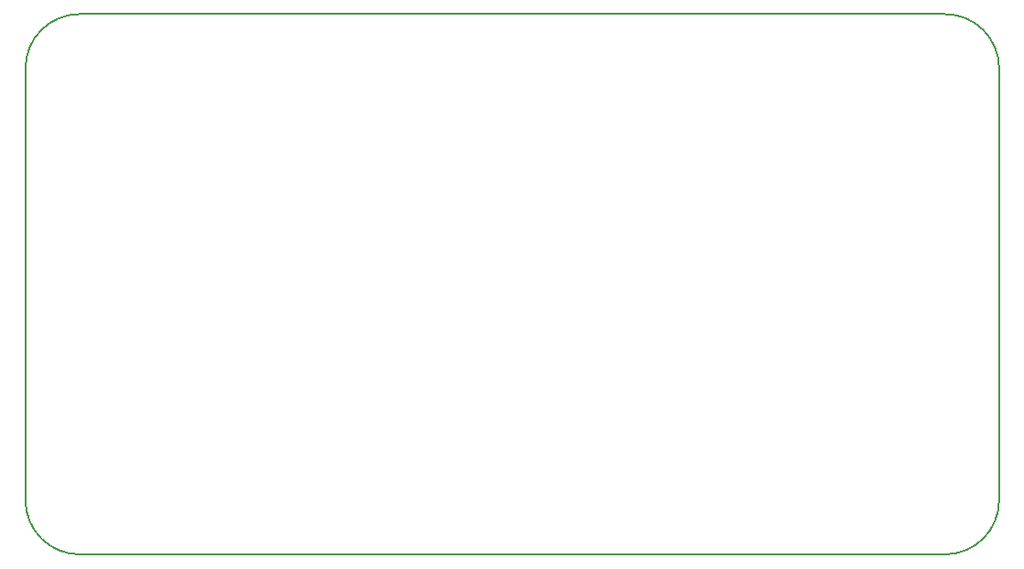
<source format=gbr>
%TF.GenerationSoftware,KiCad,Pcbnew,8.0.5*%
%TF.CreationDate,2024-11-14T08:39:16+01:00*%
%TF.ProjectId,LISN_5u,4c49534e-5f35-4752-9e6b-696361645f70,rev?*%
%TF.SameCoordinates,Original*%
%TF.FileFunction,Profile,NP*%
%FSLAX46Y46*%
G04 Gerber Fmt 4.6, Leading zero omitted, Abs format (unit mm)*
G04 Created by KiCad (PCBNEW 8.0.5) date 2024-11-14 08:39:16*
%MOMM*%
%LPD*%
G01*
G04 APERTURE LIST*
%TA.AperFunction,Profile*%
%ADD10C,0.200000*%
%TD*%
G04 APERTURE END LIST*
D10*
X74808000Y-118872000D02*
G75*
G02*
X69808000Y-113872001I0J5000000D01*
G01*
X154808000Y-68872000D02*
G75*
G02*
X159808000Y-73872000I0J-5000000D01*
G01*
X159808000Y-73872000D02*
X159808000Y-113872000D01*
X74807999Y-68872000D02*
X154808000Y-68872000D01*
X159808000Y-113872000D02*
G75*
G02*
X154808000Y-118872000I-5000000J0D01*
G01*
X69808000Y-113872001D02*
X69808000Y-73872000D01*
X69808000Y-73872000D02*
G75*
G02*
X74807999Y-68872000I5000000J0D01*
G01*
X154808000Y-118872000D02*
X74808000Y-118872000D01*
M02*

</source>
